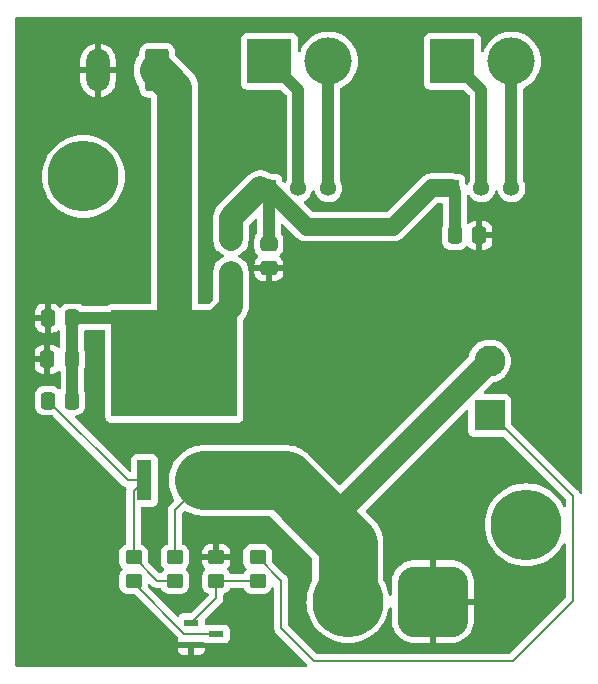
<source format=gtl>
%TF.GenerationSoftware,KiCad,Pcbnew,8.0.2*%
%TF.CreationDate,2024-10-02T19:35:02-04:00*%
%TF.ProjectId,FewawiPowerBoard,46657761-7769-4506-9f77-6572426f6172,rev?*%
%TF.SameCoordinates,Original*%
%TF.FileFunction,Copper,L1,Top*%
%TF.FilePolarity,Positive*%
%FSLAX46Y46*%
G04 Gerber Fmt 4.6, Leading zero omitted, Abs format (unit mm)*
G04 Created by KiCad (PCBNEW 8.0.2) date 2024-10-02 19:35:02*
%MOMM*%
%LPD*%
G01*
G04 APERTURE LIST*
G04 Aperture macros list*
%AMRoundRect*
0 Rectangle with rounded corners*
0 $1 Rounding radius*
0 $2 $3 $4 $5 $6 $7 $8 $9 X,Y pos of 4 corners*
0 Add a 4 corners polygon primitive as box body*
4,1,4,$2,$3,$4,$5,$6,$7,$8,$9,$2,$3,0*
0 Add four circle primitives for the rounded corners*
1,1,$1+$1,$2,$3*
1,1,$1+$1,$4,$5*
1,1,$1+$1,$6,$7*
1,1,$1+$1,$8,$9*
0 Add four rect primitives between the rounded corners*
20,1,$1+$1,$2,$3,$4,$5,0*
20,1,$1+$1,$4,$5,$6,$7,0*
20,1,$1+$1,$6,$7,$8,$9,0*
20,1,$1+$1,$8,$9,$2,$3,0*%
G04 Aperture macros list end*
%TA.AperFunction,ComponentPad*%
%ADD10C,6.000000*%
%TD*%
%TA.AperFunction,ComponentPad*%
%ADD11R,3.800000X3.800000*%
%TD*%
%TA.AperFunction,ComponentPad*%
%ADD12C,4.000000*%
%TD*%
%TA.AperFunction,SMDPad,CuDef*%
%ADD13R,1.800000X1.170000*%
%TD*%
%TA.AperFunction,SMDPad,CuDef*%
%ADD14R,1.257000X3.429000*%
%TD*%
%TA.AperFunction,SMDPad,CuDef*%
%ADD15R,10.668000X9.017000*%
%TD*%
%TA.AperFunction,SMDPad,CuDef*%
%ADD16RoundRect,0.250000X0.475000X-0.337500X0.475000X0.337500X-0.475000X0.337500X-0.475000X-0.337500X0*%
%TD*%
%TA.AperFunction,SMDPad,CuDef*%
%ADD17RoundRect,0.250000X0.337500X0.475000X-0.337500X0.475000X-0.337500X-0.475000X0.337500X-0.475000X0*%
%TD*%
%TA.AperFunction,ComponentPad*%
%ADD18R,1.358000X1.358000*%
%TD*%
%TA.AperFunction,ComponentPad*%
%ADD19C,1.358000*%
%TD*%
%TA.AperFunction,SMDPad,CuDef*%
%ADD20RoundRect,0.250000X0.450000X-0.350000X0.450000X0.350000X-0.450000X0.350000X-0.450000X-0.350000X0*%
%TD*%
%TA.AperFunction,ComponentPad*%
%ADD21RoundRect,1.500000X1.500000X1.500000X-1.500000X1.500000X-1.500000X-1.500000X1.500000X-1.500000X0*%
%TD*%
%TA.AperFunction,SMDPad,CuDef*%
%ADD22R,1.300000X0.600000*%
%TD*%
%TA.AperFunction,ComponentPad*%
%ADD23R,2.625000X2.625000*%
%TD*%
%TA.AperFunction,ComponentPad*%
%ADD24C,2.625000*%
%TD*%
%TA.AperFunction,ComponentPad*%
%ADD25RoundRect,0.250000X0.750000X1.550000X-0.750000X1.550000X-0.750000X-1.550000X0.750000X-1.550000X0*%
%TD*%
%TA.AperFunction,ComponentPad*%
%ADD26O,2.000000X3.600000*%
%TD*%
%TA.AperFunction,SMDPad,CuDef*%
%ADD27RoundRect,0.250000X-0.450000X0.350000X-0.450000X-0.350000X0.450000X-0.350000X0.450000X0.350000X0*%
%TD*%
%TA.AperFunction,ViaPad*%
%ADD28C,0.600000*%
%TD*%
%TA.AperFunction,Conductor*%
%ADD29C,1.000000*%
%TD*%
%TA.AperFunction,Conductor*%
%ADD30C,0.200000*%
%TD*%
%TA.AperFunction,Conductor*%
%ADD31C,1.500000*%
%TD*%
%TA.AperFunction,Conductor*%
%ADD32C,2.000000*%
%TD*%
%TA.AperFunction,Conductor*%
%ADD33C,3.000000*%
%TD*%
%TA.AperFunction,Conductor*%
%ADD34C,5.000000*%
%TD*%
G04 APERTURE END LIST*
D10*
%TO.P,REF\u002A\u002A,1*%
%TO.N,N/C*%
X123250000Y-85250000D03*
%TD*%
D11*
%TO.P,J4,1,Pin_1*%
%TO.N,Net-(J4-Pin_1)*%
X117000000Y-46000000D03*
D12*
%TO.P,J4,2,Pin_2*%
%TO.N,Net-(J4-Pin_2)*%
X122000000Y-46000000D03*
%TD*%
D10*
%TO.P,REF\u002A\u002A,1*%
%TO.N,N/C*%
X85750000Y-55750000D03*
%TD*%
D11*
%TO.P,J3,1,Pin_1*%
%TO.N,Net-(J3-Pin_1)*%
X101500000Y-46000000D03*
D12*
%TO.P,J3,2,Pin_2*%
%TO.N,Net-(J3-Pin_2)*%
X106500000Y-46000000D03*
%TD*%
D13*
%TO.P,F1,1*%
%TO.N,Net-(PS1-+VIN)*%
X98250000Y-61030000D03*
%TO.P,F1,2*%
%TO.N,34V*%
X98250000Y-63970000D03*
%TD*%
D14*
%TO.P,Q1,1,G*%
%TO.N,Net-(Q1-G)*%
X90920000Y-81500000D03*
D15*
%TO.P,Q1,2,D*%
%TO.N,34V*%
X93460000Y-71594000D03*
D14*
%TO.P,Q1,3,S*%
%TO.N,Net-(J1-Pin_2)*%
X96000000Y-81500000D03*
%TD*%
D16*
%TO.P,C3,1*%
%TO.N,GND*%
X101460000Y-63537500D03*
%TO.P,C3,2*%
%TO.N,Net-(PS1-+VIN)*%
X101460000Y-61462500D03*
%TD*%
D17*
%TO.P,C7,1*%
%TO.N,34V*%
X84825000Y-74750000D03*
%TO.P,C7,2*%
%TO.N,Net-(Q1-G)*%
X82750000Y-74750000D03*
%TD*%
D18*
%TO.P,U1,1,IN*%
%TO.N,Net-(PS1-+VIN)*%
X116920000Y-56750000D03*
D19*
%TO.P,U1,2,GND*%
%TO.N,Net-(J4-Pin_1)*%
X119460000Y-56750000D03*
%TO.P,U1,3,OUT*%
%TO.N,Net-(J4-Pin_2)*%
X122000000Y-56750000D03*
%TD*%
D20*
%TO.P,R4,1*%
%TO.N,Net-(Q2-G)*%
X100500000Y-90000000D03*
%TO.P,R4,2*%
%TO.N,Net-(SW1-A)*%
X100500000Y-88000000D03*
%TD*%
D21*
%TO.P,J1,1,Pin_1*%
%TO.N,GND*%
X115350000Y-91750000D03*
D10*
%TO.P,J1,2,Pin_2*%
%TO.N,Net-(J1-Pin_2)*%
X108150000Y-91750000D03*
%TD*%
D17*
%TO.P,C1,1*%
%TO.N,GND*%
X119287500Y-60750000D03*
%TO.P,C1,2*%
%TO.N,Net-(PS1-+VIN)*%
X117212500Y-60750000D03*
%TD*%
D18*
%TO.P,PS1,1,+VIN*%
%TO.N,Net-(PS1-+VIN)*%
X101420000Y-56750000D03*
D19*
%TO.P,PS1,2,GND*%
%TO.N,Net-(J3-Pin_1)*%
X103960000Y-56750000D03*
%TO.P,PS1,3,+VOUT*%
%TO.N,Net-(J3-Pin_2)*%
X106500000Y-56750000D03*
%TD*%
D22*
%TO.P,Q2,1,G*%
%TO.N,Net-(Q2-G)*%
X94900000Y-93550000D03*
%TO.P,Q2,2,S*%
%TO.N,GND*%
X94900000Y-95450000D03*
%TO.P,Q2,3,D*%
%TO.N,Net-(Q2-D)*%
X97000000Y-94500000D03*
%TD*%
D23*
%TO.P,SW1,1,A*%
%TO.N,Net-(SW1-A)*%
X120160000Y-75982500D03*
D24*
%TO.P,SW1,2,B*%
%TO.N,Net-(J1-Pin_2)*%
X120160000Y-71382500D03*
%TD*%
D20*
%TO.P,R3,1*%
%TO.N,Net-(Q2-G)*%
X97000000Y-90000000D03*
%TO.P,R3,2*%
%TO.N,GND*%
X97000000Y-88000000D03*
%TD*%
D25*
%TO.P,J2,1,Pin_1*%
%TO.N,34V*%
X92000000Y-46777500D03*
D26*
%TO.P,J2,2,Pin_2*%
%TO.N,GND*%
X87000000Y-46777500D03*
%TD*%
D27*
%TO.P,R1,1*%
%TO.N,Net-(Q1-G)*%
X90000000Y-88000000D03*
%TO.P,R1,2*%
%TO.N,Net-(Q2-D)*%
X90000000Y-90000000D03*
%TD*%
D17*
%TO.P,C5,1*%
%TO.N,34V*%
X84787500Y-71250000D03*
%TO.P,C5,2*%
%TO.N,GND*%
X82712500Y-71250000D03*
%TD*%
D20*
%TO.P,R2,1*%
%TO.N,Net-(Q1-G)*%
X93500000Y-90000000D03*
%TO.P,R2,2*%
%TO.N,Net-(J1-Pin_2)*%
X93500000Y-88000000D03*
%TD*%
D17*
%TO.P,C6,1*%
%TO.N,34V*%
X84825000Y-67750000D03*
%TO.P,C6,2*%
%TO.N,GND*%
X82750000Y-67750000D03*
%TD*%
D28*
%TO.N,GND*%
X104000000Y-62250000D03*
%TD*%
D29*
%TO.N,Net-(PS1-+VIN)*%
X101420000Y-56750000D02*
X100750000Y-56750000D01*
D30*
X101420000Y-56750000D02*
X101500000Y-56750000D01*
D31*
X104670000Y-60000000D02*
X112000000Y-60000000D01*
X112000000Y-60000000D02*
X115250000Y-56750000D01*
X115250000Y-56750000D02*
X116920000Y-56750000D01*
D30*
X101027500Y-61030000D02*
X101460000Y-61462500D01*
D29*
X117212500Y-60750000D02*
X117212500Y-57042500D01*
D30*
X101460000Y-56790000D02*
X101420000Y-56750000D01*
X117212500Y-57042500D02*
X116920000Y-56750000D01*
D32*
X100750000Y-56750000D02*
X98250000Y-59250000D01*
X98250000Y-59250000D02*
X98250000Y-61030000D01*
D29*
X101460000Y-61462500D02*
X101460000Y-56790000D01*
D31*
X101420000Y-56750000D02*
X104670000Y-60000000D01*
D30*
%TO.N,34V*%
X84787500Y-67787500D02*
X84825000Y-67750000D01*
D33*
X93460000Y-71594000D02*
X93460000Y-48237500D01*
X93460000Y-48237500D02*
X92000000Y-46777500D01*
D30*
X84825000Y-71287500D02*
X84787500Y-71250000D01*
D32*
X98250000Y-63970000D02*
X98250000Y-66804000D01*
D30*
X89616000Y-67750000D02*
X93460000Y-71594000D01*
D29*
X84825000Y-74750000D02*
X84825000Y-71287500D01*
D32*
X98250000Y-66804000D02*
X93460000Y-71594000D01*
D29*
X84787500Y-71250000D02*
X84787500Y-67787500D01*
X84825000Y-67750000D02*
X89616000Y-67750000D01*
D30*
%TO.N,Net-(Q1-G)*%
X90000000Y-82420000D02*
X90920000Y-81500000D01*
X92000000Y-90000000D02*
X90000000Y-88000000D01*
X89500000Y-81500000D02*
X90920000Y-81500000D01*
X93500000Y-90000000D02*
X92000000Y-90000000D01*
X90000000Y-88000000D02*
X90000000Y-82420000D01*
X82750000Y-74750000D02*
X89500000Y-81500000D01*
D29*
%TO.N,Net-(J3-Pin_1)*%
X103960000Y-56750000D02*
X103960000Y-48460000D01*
X103960000Y-48460000D02*
X101500000Y-46000000D01*
%TO.N,Net-(J3-Pin_2)*%
X106500000Y-56750000D02*
X106500000Y-46000000D01*
%TO.N,Net-(J4-Pin_1)*%
X119460000Y-48460000D02*
X117000000Y-46000000D01*
X119460000Y-56750000D02*
X119460000Y-48460000D01*
D30*
%TO.N,Net-(Q2-G)*%
X100500000Y-90000000D02*
X97000000Y-90000000D01*
X97000000Y-90000000D02*
X97000000Y-91450000D01*
X97000000Y-91450000D02*
X94900000Y-93550000D01*
%TO.N,Net-(Q2-D)*%
X94300000Y-94500000D02*
X90000000Y-90200000D01*
X90000000Y-90200000D02*
X90000000Y-90000000D01*
X97000000Y-94500000D02*
X94300000Y-94500000D01*
%TO.N,Net-(SW1-A)*%
X120160000Y-75982500D02*
X120382500Y-75982500D01*
X127200000Y-91700000D02*
X122100000Y-96800000D01*
X102500000Y-94000000D02*
X102500000Y-90000000D01*
X122100000Y-96800000D02*
X105300000Y-96800000D01*
X120382500Y-75982500D02*
X127200000Y-82800000D01*
X105300000Y-96800000D02*
X102500000Y-94000000D01*
X102500000Y-90000000D02*
X100500000Y-88000000D01*
X127200000Y-82800000D02*
X127200000Y-91700000D01*
D29*
%TO.N,Net-(J4-Pin_2)*%
X122000000Y-56750000D02*
X122000000Y-46000000D01*
D32*
%TO.N,Net-(J1-Pin_2)*%
X120160000Y-71382500D02*
X108150000Y-83392500D01*
D34*
X108150000Y-91750000D02*
X108150000Y-86850000D01*
D30*
X108150000Y-83392500D02*
X108150000Y-86850000D01*
D34*
X102800000Y-81500000D02*
X96000000Y-81500000D01*
D30*
X93500000Y-88000000D02*
X93500000Y-84000000D01*
X96000000Y-81500000D02*
X96000000Y-81492387D01*
D34*
X108150000Y-86850000D02*
X102800000Y-81500000D01*
D30*
X93500000Y-84000000D02*
X96000000Y-81500000D01*
%TD*%
%TA.AperFunction,Conductor*%
%TO.N,GND*%
G36*
X127942539Y-42270185D02*
G01*
X127988294Y-42322989D01*
X127999500Y-42374500D01*
X127999500Y-82524049D01*
X127979815Y-82591088D01*
X127927011Y-82636843D01*
X127857853Y-82646787D01*
X127794297Y-82617762D01*
X127763643Y-82575252D01*
X127763641Y-82575254D01*
X127763625Y-82575227D01*
X127760940Y-82571503D01*
X127759580Y-82568221D01*
X127719648Y-82499057D01*
X127719647Y-82499055D01*
X127680521Y-82431286D01*
X127680520Y-82431284D01*
X127568716Y-82319480D01*
X127568715Y-82319479D01*
X127564385Y-82315149D01*
X127564374Y-82315139D01*
X122009318Y-76760083D01*
X121975833Y-76698760D01*
X121972999Y-76672402D01*
X121972999Y-74622129D01*
X121972998Y-74622123D01*
X121966591Y-74562516D01*
X121916297Y-74427671D01*
X121916293Y-74427664D01*
X121830047Y-74312455D01*
X121830044Y-74312452D01*
X121714835Y-74226206D01*
X121714828Y-74226202D01*
X121579982Y-74175908D01*
X121579983Y-74175908D01*
X121520383Y-74169501D01*
X121520381Y-74169500D01*
X121520373Y-74169500D01*
X121520365Y-74169500D01*
X119794388Y-74169500D01*
X119727349Y-74149815D01*
X119681594Y-74097011D01*
X119671650Y-74027853D01*
X119700675Y-73964297D01*
X119706707Y-73957819D01*
X120074341Y-73590185D01*
X120470906Y-73193619D01*
X120532227Y-73160136D01*
X120540084Y-73158690D01*
X120564562Y-73155001D01*
X120824221Y-73074907D01*
X121069042Y-72957007D01*
X121293557Y-72803935D01*
X121492750Y-72619111D01*
X121662171Y-72406663D01*
X121798037Y-72171337D01*
X121897312Y-71918390D01*
X121957778Y-71653471D01*
X121978084Y-71382500D01*
X121957778Y-71111529D01*
X121897312Y-70846610D01*
X121798037Y-70593663D01*
X121798036Y-70593660D01*
X121740612Y-70494200D01*
X121662171Y-70358337D01*
X121492750Y-70145889D01*
X121492749Y-70145888D01*
X121492746Y-70145884D01*
X121293557Y-69961065D01*
X121069042Y-69807993D01*
X121069039Y-69807992D01*
X121069037Y-69807990D01*
X120824221Y-69690093D01*
X120564563Y-69609999D01*
X120564557Y-69609997D01*
X120295873Y-69569500D01*
X120295866Y-69569500D01*
X120024134Y-69569500D01*
X120024126Y-69569500D01*
X119755442Y-69609997D01*
X119755436Y-69609999D01*
X119495778Y-69690093D01*
X119250962Y-69807990D01*
X119026442Y-69961065D01*
X118827253Y-70145884D01*
X118657829Y-70358337D01*
X118521963Y-70593660D01*
X118521960Y-70593668D01*
X118422689Y-70846604D01*
X118422686Y-70846616D01*
X118385927Y-71007666D01*
X118352717Y-71067754D01*
X107569591Y-81850881D01*
X107508268Y-81884366D01*
X107438576Y-81879382D01*
X107394229Y-81850881D01*
X104802523Y-79259175D01*
X104735607Y-79205812D01*
X104539039Y-79049054D01*
X104253686Y-78869754D01*
X104253683Y-78869752D01*
X103950054Y-78723532D01*
X103631965Y-78612227D01*
X103631953Y-78612223D01*
X103303397Y-78537233D01*
X103303381Y-78537231D01*
X102968509Y-78499500D01*
X102968505Y-78499500D01*
X102968504Y-78499500D01*
X95831496Y-78499500D01*
X95831491Y-78499500D01*
X95496618Y-78537231D01*
X95496602Y-78537233D01*
X95168046Y-78612223D01*
X95168034Y-78612227D01*
X94849945Y-78723532D01*
X94546316Y-78869752D01*
X94260962Y-79049053D01*
X93997477Y-79259174D01*
X93759174Y-79497477D01*
X93549053Y-79760962D01*
X93369752Y-80046316D01*
X93223532Y-80349945D01*
X93112227Y-80668034D01*
X93112223Y-80668046D01*
X93037233Y-80996602D01*
X93037231Y-80996618D01*
X92999500Y-81331491D01*
X92999500Y-81668508D01*
X93037231Y-82003381D01*
X93037233Y-82003397D01*
X93112223Y-82331953D01*
X93112227Y-82331965D01*
X93223532Y-82650054D01*
X93369752Y-82953683D01*
X93443450Y-83070973D01*
X93462450Y-83138210D01*
X93442082Y-83205045D01*
X93426137Y-83224626D01*
X93131286Y-83519478D01*
X93019481Y-83631282D01*
X93019477Y-83631287D01*
X93006916Y-83653046D01*
X93003885Y-83658296D01*
X92940423Y-83768215D01*
X92899499Y-83920943D01*
X92899499Y-83920945D01*
X92899499Y-84089046D01*
X92899500Y-84089059D01*
X92899500Y-86819699D01*
X92879815Y-86886738D01*
X92827011Y-86932493D01*
X92814507Y-86937403D01*
X92781962Y-86948188D01*
X92730668Y-86965185D01*
X92730663Y-86965187D01*
X92581342Y-87057289D01*
X92457289Y-87181342D01*
X92365187Y-87330663D01*
X92365185Y-87330668D01*
X92365115Y-87330880D01*
X92310001Y-87497203D01*
X92310001Y-87497204D01*
X92310000Y-87497204D01*
X92299500Y-87599983D01*
X92299500Y-88400001D01*
X92299501Y-88400019D01*
X92310000Y-88502796D01*
X92310001Y-88502799D01*
X92365115Y-88669119D01*
X92365186Y-88669334D01*
X92457096Y-88818345D01*
X92457289Y-88818657D01*
X92550951Y-88912319D01*
X92584436Y-88973642D01*
X92579452Y-89043334D01*
X92550951Y-89087681D01*
X92457289Y-89181342D01*
X92376829Y-89311790D01*
X92324881Y-89358514D01*
X92255918Y-89369737D01*
X92191836Y-89341893D01*
X92183609Y-89334374D01*
X91236818Y-88387583D01*
X91203333Y-88326260D01*
X91200499Y-88299902D01*
X91200499Y-87599998D01*
X91200498Y-87599981D01*
X91189999Y-87497203D01*
X91189998Y-87497200D01*
X91134814Y-87330666D01*
X91042712Y-87181344D01*
X90918656Y-87057288D01*
X90769334Y-86965186D01*
X90685495Y-86937404D01*
X90628051Y-86897632D01*
X90601228Y-86833116D01*
X90600500Y-86819699D01*
X90600500Y-83838999D01*
X90620185Y-83771960D01*
X90672989Y-83726205D01*
X90724500Y-83714999D01*
X91596371Y-83714999D01*
X91596372Y-83714999D01*
X91655983Y-83708591D01*
X91790831Y-83658296D01*
X91906046Y-83572046D01*
X91992296Y-83456831D01*
X92042591Y-83321983D01*
X92049000Y-83262373D01*
X92048999Y-79737628D01*
X92042591Y-79678017D01*
X91992296Y-79543169D01*
X91992295Y-79543168D01*
X91992293Y-79543164D01*
X91906047Y-79427955D01*
X91906044Y-79427952D01*
X91790835Y-79341706D01*
X91790828Y-79341702D01*
X91655982Y-79291408D01*
X91655983Y-79291408D01*
X91596383Y-79285001D01*
X91596381Y-79285000D01*
X91596373Y-79285000D01*
X91596364Y-79285000D01*
X90243629Y-79285000D01*
X90243623Y-79285001D01*
X90184016Y-79291408D01*
X90049171Y-79341702D01*
X90049164Y-79341706D01*
X89933955Y-79427952D01*
X89933952Y-79427955D01*
X89847706Y-79543164D01*
X89847702Y-79543171D01*
X89797408Y-79678017D01*
X89791001Y-79737616D01*
X89791001Y-79737623D01*
X89791000Y-79737635D01*
X89791000Y-80642402D01*
X89771315Y-80709441D01*
X89718511Y-80755196D01*
X89649353Y-80765140D01*
X89585797Y-80736115D01*
X89579319Y-80730083D01*
X85036415Y-76187180D01*
X85002930Y-76125857D01*
X85007914Y-76056165D01*
X85049786Y-76000232D01*
X85115250Y-75975815D01*
X85124096Y-75975499D01*
X85212502Y-75975499D01*
X85212508Y-75975499D01*
X85315297Y-75964999D01*
X85481834Y-75909814D01*
X85631156Y-75817712D01*
X85755212Y-75693656D01*
X85847314Y-75544334D01*
X85902499Y-75377797D01*
X85913000Y-75275009D01*
X85912999Y-74224992D01*
X85907330Y-74169500D01*
X85902499Y-74122203D01*
X85902498Y-74122200D01*
X85871234Y-74027853D01*
X85847314Y-73955666D01*
X85843958Y-73950225D01*
X85825500Y-73885134D01*
X85825500Y-72017005D01*
X85831794Y-71978001D01*
X85864999Y-71877797D01*
X85875500Y-71775009D01*
X85875499Y-70724992D01*
X85864999Y-70622203D01*
X85809814Y-70455666D01*
X85806458Y-70450225D01*
X85788000Y-70385134D01*
X85788000Y-68874500D01*
X85807685Y-68807461D01*
X85860489Y-68761706D01*
X85912000Y-68750500D01*
X87501500Y-68750500D01*
X87568539Y-68770185D01*
X87614294Y-68822989D01*
X87625500Y-68874500D01*
X87625500Y-76150370D01*
X87625501Y-76150376D01*
X87631908Y-76209983D01*
X87682202Y-76344828D01*
X87682206Y-76344835D01*
X87768452Y-76460044D01*
X87768455Y-76460047D01*
X87883664Y-76546293D01*
X87883671Y-76546297D01*
X88018517Y-76596591D01*
X88018516Y-76596591D01*
X88025444Y-76597335D01*
X88078127Y-76603000D01*
X98841872Y-76602999D01*
X98901483Y-76596591D01*
X99036331Y-76546296D01*
X99151546Y-76460046D01*
X99237796Y-76344831D01*
X99288091Y-76209983D01*
X99294500Y-76150373D01*
X99294499Y-67932889D01*
X99314184Y-67865851D01*
X99330818Y-67845208D01*
X99394517Y-67781510D01*
X99533343Y-67590434D01*
X99640568Y-67379992D01*
X99713553Y-67155368D01*
X99745149Y-66955880D01*
X99750500Y-66922097D01*
X99750500Y-63924986D01*
X100235001Y-63924986D01*
X100245494Y-64027697D01*
X100300641Y-64194119D01*
X100300643Y-64194124D01*
X100392684Y-64343345D01*
X100516654Y-64467315D01*
X100665875Y-64559356D01*
X100665880Y-64559358D01*
X100832302Y-64614505D01*
X100832309Y-64614506D01*
X100935019Y-64624999D01*
X101209999Y-64624999D01*
X101710000Y-64624999D01*
X101984972Y-64624999D01*
X101984986Y-64624998D01*
X102087697Y-64614505D01*
X102254119Y-64559358D01*
X102254124Y-64559356D01*
X102403345Y-64467315D01*
X102527315Y-64343345D01*
X102619356Y-64194124D01*
X102619358Y-64194119D01*
X102674505Y-64027697D01*
X102674506Y-64027690D01*
X102684999Y-63924986D01*
X102685000Y-63924973D01*
X102685000Y-63787500D01*
X101710000Y-63787500D01*
X101710000Y-64624999D01*
X101209999Y-64624999D01*
X101210000Y-64624998D01*
X101210000Y-63787500D01*
X100235001Y-63787500D01*
X100235001Y-63924986D01*
X99750500Y-63924986D01*
X99750500Y-63851902D01*
X99729005Y-63716197D01*
X99713553Y-63618632D01*
X99713552Y-63618628D01*
X99713552Y-63618627D01*
X99656568Y-63443250D01*
X99650499Y-63404932D01*
X99650499Y-63337129D01*
X99650498Y-63337123D01*
X99650497Y-63337116D01*
X99644091Y-63277517D01*
X99593796Y-63142669D01*
X99593795Y-63142668D01*
X99593793Y-63142664D01*
X99507547Y-63027455D01*
X99507544Y-63027452D01*
X99392334Y-62941205D01*
X99392332Y-62941204D01*
X99339295Y-62921422D01*
X99294949Y-62892922D01*
X99227512Y-62825485D01*
X99227510Y-62825483D01*
X99036433Y-62686657D01*
X98886937Y-62610485D01*
X98836141Y-62562510D01*
X98819346Y-62494689D01*
X98841883Y-62428554D01*
X98886937Y-62389515D01*
X98889212Y-62388355D01*
X99036433Y-62313343D01*
X99227510Y-62174517D01*
X99294950Y-62107075D01*
X99339297Y-62078575D01*
X99392331Y-62058796D01*
X99392331Y-62058795D01*
X99392333Y-62058795D01*
X99392333Y-62058794D01*
X99507546Y-61972546D01*
X99593796Y-61857331D01*
X99644091Y-61722483D01*
X99647190Y-61693657D01*
X99650499Y-61662886D01*
X99650499Y-61662882D01*
X99650500Y-61662873D01*
X99650499Y-61595064D01*
X99656568Y-61556745D01*
X99660669Y-61544124D01*
X99713553Y-61381368D01*
X99748791Y-61158884D01*
X99750500Y-61148097D01*
X99750500Y-59922889D01*
X99770185Y-59855850D01*
X99786819Y-59835208D01*
X100247819Y-59374208D01*
X100309142Y-59340723D01*
X100378834Y-59345707D01*
X100434767Y-59387579D01*
X100459184Y-59453043D01*
X100459500Y-59461889D01*
X100459500Y-60537770D01*
X100439815Y-60604809D01*
X100423181Y-60625451D01*
X100392289Y-60656342D01*
X100300187Y-60805663D01*
X100300186Y-60805666D01*
X100245001Y-60972203D01*
X100245001Y-60972204D01*
X100245000Y-60972204D01*
X100234500Y-61074983D01*
X100234500Y-61850001D01*
X100234501Y-61850019D01*
X100245000Y-61952796D01*
X100245001Y-61952799D01*
X100296124Y-62107076D01*
X100300186Y-62119334D01*
X100392288Y-62268656D01*
X100516344Y-62392712D01*
X100519628Y-62394737D01*
X100519653Y-62394753D01*
X100521445Y-62396746D01*
X100522011Y-62397193D01*
X100521934Y-62397289D01*
X100566379Y-62446699D01*
X100577603Y-62515661D01*
X100549761Y-62579744D01*
X100519665Y-62605826D01*
X100516660Y-62607679D01*
X100516655Y-62607683D01*
X100392684Y-62731654D01*
X100300643Y-62880875D01*
X100300641Y-62880880D01*
X100245494Y-63047302D01*
X100245493Y-63047309D01*
X100235000Y-63150013D01*
X100235000Y-63287500D01*
X102684999Y-63287500D01*
X102684999Y-63150028D01*
X102684998Y-63150013D01*
X102674505Y-63047302D01*
X102619358Y-62880880D01*
X102619356Y-62880875D01*
X102527315Y-62731654D01*
X102403344Y-62607683D01*
X102403341Y-62607681D01*
X102400339Y-62605829D01*
X102398713Y-62604021D01*
X102397677Y-62603202D01*
X102397817Y-62603024D01*
X102353617Y-62553880D01*
X102342397Y-62484917D01*
X102370243Y-62420836D01*
X102400344Y-62394754D01*
X102403656Y-62392712D01*
X102527712Y-62268656D01*
X102619814Y-62119334D01*
X102674999Y-61952797D01*
X102685500Y-61850009D01*
X102685499Y-61074992D01*
X102684940Y-61069524D01*
X102674999Y-60972203D01*
X102674998Y-60972200D01*
X102668909Y-60953825D01*
X102619814Y-60805666D01*
X102527712Y-60656344D01*
X102496819Y-60625451D01*
X102463334Y-60564128D01*
X102460500Y-60537770D01*
X102460500Y-59858336D01*
X102480185Y-59791297D01*
X102532989Y-59745542D01*
X102602147Y-59735598D01*
X102665703Y-59764623D01*
X102672181Y-59770655D01*
X103855354Y-60953828D01*
X104014595Y-61069524D01*
X104097454Y-61111742D01*
X104189969Y-61158882D01*
X104189971Y-61158882D01*
X104189974Y-61158884D01*
X104290318Y-61191487D01*
X104377173Y-61219709D01*
X104571578Y-61250500D01*
X104571583Y-61250500D01*
X112098422Y-61250500D01*
X112292826Y-61219709D01*
X112480026Y-61158884D01*
X112655405Y-61069524D01*
X112814646Y-60953828D01*
X115731655Y-58036819D01*
X115792978Y-58003334D01*
X115819336Y-58000500D01*
X116088000Y-58000500D01*
X116155039Y-58020185D01*
X116200794Y-58072989D01*
X116212000Y-58124500D01*
X116212000Y-59885134D01*
X116193541Y-59950225D01*
X116191188Y-59954039D01*
X116190185Y-59955667D01*
X116153287Y-60067019D01*
X116135001Y-60122203D01*
X116135001Y-60122204D01*
X116135000Y-60122204D01*
X116124500Y-60224983D01*
X116124500Y-61275001D01*
X116124501Y-61275019D01*
X116135000Y-61377796D01*
X116135001Y-61377799D01*
X116190185Y-61544331D01*
X116190187Y-61544336D01*
X116209362Y-61575424D01*
X116282288Y-61693656D01*
X116406344Y-61817712D01*
X116555666Y-61909814D01*
X116722203Y-61964999D01*
X116824991Y-61975500D01*
X117600008Y-61975499D01*
X117600016Y-61975498D01*
X117600019Y-61975498D01*
X117656302Y-61969748D01*
X117702797Y-61964999D01*
X117869334Y-61909814D01*
X118018656Y-61817712D01*
X118142712Y-61693656D01*
X118144752Y-61690347D01*
X118146745Y-61688555D01*
X118147193Y-61687989D01*
X118147289Y-61688065D01*
X118196694Y-61643623D01*
X118265656Y-61632395D01*
X118329740Y-61660234D01*
X118355829Y-61690339D01*
X118357681Y-61693341D01*
X118357683Y-61693344D01*
X118481654Y-61817315D01*
X118630875Y-61909356D01*
X118630880Y-61909358D01*
X118797302Y-61964505D01*
X118797309Y-61964506D01*
X118900019Y-61974999D01*
X119037499Y-61974999D01*
X119537500Y-61974999D01*
X119674972Y-61974999D01*
X119674986Y-61974998D01*
X119777697Y-61964505D01*
X119944119Y-61909358D01*
X119944124Y-61909356D01*
X120093345Y-61817315D01*
X120217315Y-61693345D01*
X120309356Y-61544124D01*
X120309358Y-61544119D01*
X120364505Y-61377697D01*
X120364506Y-61377690D01*
X120374999Y-61274986D01*
X120375000Y-61274973D01*
X120375000Y-61000000D01*
X119537500Y-61000000D01*
X119537500Y-61974999D01*
X119037499Y-61974999D01*
X119037500Y-61974998D01*
X119037500Y-60500000D01*
X119537500Y-60500000D01*
X120374999Y-60500000D01*
X120374999Y-60225028D01*
X120374998Y-60225013D01*
X120364505Y-60122302D01*
X120309358Y-59955880D01*
X120309356Y-59955875D01*
X120217315Y-59806654D01*
X120093345Y-59682684D01*
X119944124Y-59590643D01*
X119944119Y-59590641D01*
X119777697Y-59535494D01*
X119777690Y-59535493D01*
X119674986Y-59525000D01*
X119537500Y-59525000D01*
X119537500Y-60500000D01*
X119037500Y-60500000D01*
X119037500Y-59525000D01*
X118900027Y-59525000D01*
X118900012Y-59525001D01*
X118797302Y-59535494D01*
X118630880Y-59590641D01*
X118630875Y-59590643D01*
X118481654Y-59682684D01*
X118424681Y-59739658D01*
X118363358Y-59773143D01*
X118293666Y-59768159D01*
X118237733Y-59726287D01*
X118213316Y-59660823D01*
X118213000Y-59651977D01*
X118213000Y-57419073D01*
X118232685Y-57352034D01*
X118285489Y-57306279D01*
X118354647Y-57296335D01*
X118418203Y-57325360D01*
X118448001Y-57363803D01*
X118452870Y-57373582D01*
X118452874Y-57373589D01*
X118584604Y-57548027D01*
X118584605Y-57548028D01*
X118746147Y-57695294D01*
X118746149Y-57695295D01*
X118746150Y-57695296D01*
X118931995Y-57810366D01*
X118932001Y-57810369D01*
X118969157Y-57824763D01*
X119135832Y-57889333D01*
X119350703Y-57929500D01*
X119350705Y-57929500D01*
X119569295Y-57929500D01*
X119569297Y-57929500D01*
X119784168Y-57889333D01*
X119988001Y-57810368D01*
X120173853Y-57695294D01*
X120335395Y-57548028D01*
X120467127Y-57373587D01*
X120564563Y-57177910D01*
X120610734Y-57015636D01*
X120648013Y-56956542D01*
X120711323Y-56926985D01*
X120780562Y-56936347D01*
X120833749Y-56981657D01*
X120849266Y-57015636D01*
X120895435Y-57177905D01*
X120895441Y-57177920D01*
X120992869Y-57373581D01*
X120992874Y-57373589D01*
X121124604Y-57548027D01*
X121124605Y-57548028D01*
X121286147Y-57695294D01*
X121286149Y-57695295D01*
X121286150Y-57695296D01*
X121471995Y-57810366D01*
X121472001Y-57810369D01*
X121509157Y-57824763D01*
X121675832Y-57889333D01*
X121890703Y-57929500D01*
X121890705Y-57929500D01*
X122109295Y-57929500D01*
X122109297Y-57929500D01*
X122324168Y-57889333D01*
X122528001Y-57810368D01*
X122713853Y-57695294D01*
X122875395Y-57548028D01*
X123007127Y-57373587D01*
X123104563Y-57177910D01*
X123164384Y-56967661D01*
X123184553Y-56750000D01*
X123164384Y-56532339D01*
X123104563Y-56322090D01*
X123084795Y-56282391D01*
X123013500Y-56139211D01*
X123000500Y-56083939D01*
X123000500Y-48376757D01*
X123020185Y-48309718D01*
X123064762Y-48268095D01*
X123066761Y-48266995D01*
X123066766Y-48266994D01*
X123342484Y-48115416D01*
X123597030Y-47930478D01*
X123826390Y-47715094D01*
X124026947Y-47472663D01*
X124195537Y-47207007D01*
X124329503Y-46922315D01*
X124426731Y-46623079D01*
X124485688Y-46314015D01*
X124485689Y-46314004D01*
X124505444Y-46000005D01*
X124505444Y-45999994D01*
X124485689Y-45685995D01*
X124485688Y-45685988D01*
X124485688Y-45685985D01*
X124426731Y-45376921D01*
X124329503Y-45077685D01*
X124328100Y-45074704D01*
X124195538Y-44792996D01*
X124195537Y-44792993D01*
X124065062Y-44587397D01*
X124026948Y-44527338D01*
X124026945Y-44527334D01*
X123826393Y-44284909D01*
X123826391Y-44284907D01*
X123597031Y-44069523D01*
X123597021Y-44069515D01*
X123342495Y-43884591D01*
X123342488Y-43884586D01*
X123342484Y-43884584D01*
X123066766Y-43733006D01*
X123066763Y-43733004D01*
X123066758Y-43733002D01*
X123066757Y-43733001D01*
X122774228Y-43617181D01*
X122774225Y-43617180D01*
X122469476Y-43538934D01*
X122469463Y-43538932D01*
X122157329Y-43499500D01*
X122157318Y-43499500D01*
X121842682Y-43499500D01*
X121842670Y-43499500D01*
X121530536Y-43538932D01*
X121530523Y-43538934D01*
X121225774Y-43617180D01*
X121225771Y-43617181D01*
X120933242Y-43733001D01*
X120933241Y-43733002D01*
X120657516Y-43884584D01*
X120657504Y-43884591D01*
X120402978Y-44069515D01*
X120402968Y-44069523D01*
X120173608Y-44284907D01*
X120173606Y-44284909D01*
X119973054Y-44527334D01*
X119973051Y-44527338D01*
X119804464Y-44792990D01*
X119804461Y-44792996D01*
X119670499Y-45077678D01*
X119670497Y-45077683D01*
X119642430Y-45164065D01*
X119602992Y-45221741D01*
X119538634Y-45248939D01*
X119469787Y-45237024D01*
X119418312Y-45189780D01*
X119400499Y-45125747D01*
X119400499Y-44052129D01*
X119400498Y-44052123D01*
X119400497Y-44052116D01*
X119394091Y-43992517D01*
X119353837Y-43884591D01*
X119343797Y-43857671D01*
X119343793Y-43857664D01*
X119257547Y-43742455D01*
X119257544Y-43742452D01*
X119142335Y-43656206D01*
X119142328Y-43656202D01*
X119007482Y-43605908D01*
X119007483Y-43605908D01*
X118947883Y-43599501D01*
X118947881Y-43599500D01*
X118947873Y-43599500D01*
X118947864Y-43599500D01*
X115052129Y-43599500D01*
X115052123Y-43599501D01*
X114992516Y-43605908D01*
X114857671Y-43656202D01*
X114857664Y-43656206D01*
X114742455Y-43742452D01*
X114742452Y-43742455D01*
X114656206Y-43857664D01*
X114656202Y-43857671D01*
X114605908Y-43992517D01*
X114599501Y-44052116D01*
X114599501Y-44052123D01*
X114599500Y-44052135D01*
X114599500Y-47947870D01*
X114599501Y-47947873D01*
X114605908Y-48007483D01*
X114656202Y-48142328D01*
X114656206Y-48142335D01*
X114742452Y-48257544D01*
X114742455Y-48257547D01*
X114857664Y-48343793D01*
X114857671Y-48343797D01*
X114992517Y-48394091D01*
X114992516Y-48394091D01*
X114999444Y-48394835D01*
X115052127Y-48400500D01*
X117934216Y-48400499D01*
X118001255Y-48420184D01*
X118021897Y-48436818D01*
X118423181Y-48838101D01*
X118456666Y-48899424D01*
X118459500Y-48925782D01*
X118459500Y-56083939D01*
X118446500Y-56139211D01*
X118355441Y-56322079D01*
X118355434Y-56322097D01*
X118345632Y-56356547D01*
X118308352Y-56415640D01*
X118245041Y-56445196D01*
X118175802Y-56435832D01*
X118122617Y-56390521D01*
X118108435Y-56360923D01*
X118105565Y-56352090D01*
X118099499Y-56313781D01*
X118099499Y-56023129D01*
X118099498Y-56023123D01*
X118093091Y-55963516D01*
X118042797Y-55828671D01*
X118042793Y-55828664D01*
X117956547Y-55713455D01*
X117956544Y-55713452D01*
X117841335Y-55627206D01*
X117841328Y-55627202D01*
X117706482Y-55576908D01*
X117706483Y-55576908D01*
X117646883Y-55570501D01*
X117646881Y-55570500D01*
X117646873Y-55570500D01*
X117646865Y-55570500D01*
X117356216Y-55570500D01*
X117317898Y-55564431D01*
X117300143Y-55558662D01*
X117212826Y-55530290D01*
X117018422Y-55499500D01*
X117018417Y-55499500D01*
X115348416Y-55499500D01*
X115151583Y-55499500D01*
X115151578Y-55499500D01*
X114957173Y-55530290D01*
X114769969Y-55591117D01*
X114594594Y-55680476D01*
X114503741Y-55746485D01*
X114435354Y-55796172D01*
X114435352Y-55796174D01*
X114435351Y-55796174D01*
X111518345Y-58713181D01*
X111457022Y-58746666D01*
X111430664Y-58749500D01*
X105239336Y-58749500D01*
X105172297Y-58729815D01*
X105151655Y-58713181D01*
X104450185Y-58011711D01*
X104416700Y-57950388D01*
X104421684Y-57880696D01*
X104463556Y-57824763D01*
X104483312Y-57813818D01*
X104482867Y-57812924D01*
X104487987Y-57810373D01*
X104488001Y-57810368D01*
X104673853Y-57695294D01*
X104835395Y-57548028D01*
X104967127Y-57373587D01*
X105064563Y-57177910D01*
X105110734Y-57015636D01*
X105148013Y-56956542D01*
X105211323Y-56926985D01*
X105280562Y-56936347D01*
X105333749Y-56981657D01*
X105349266Y-57015636D01*
X105395435Y-57177905D01*
X105395441Y-57177920D01*
X105492869Y-57373581D01*
X105492874Y-57373589D01*
X105624604Y-57548027D01*
X105624605Y-57548028D01*
X105786147Y-57695294D01*
X105786149Y-57695295D01*
X105786150Y-57695296D01*
X105971995Y-57810366D01*
X105972001Y-57810369D01*
X106009157Y-57824763D01*
X106175832Y-57889333D01*
X106390703Y-57929500D01*
X106390705Y-57929500D01*
X106609295Y-57929500D01*
X106609297Y-57929500D01*
X106824168Y-57889333D01*
X107028001Y-57810368D01*
X107213853Y-57695294D01*
X107375395Y-57548028D01*
X107507127Y-57373587D01*
X107604563Y-57177910D01*
X107664384Y-56967661D01*
X107684553Y-56750000D01*
X107664384Y-56532339D01*
X107604563Y-56322090D01*
X107584795Y-56282391D01*
X107513500Y-56139211D01*
X107500500Y-56083939D01*
X107500500Y-48376757D01*
X107520185Y-48309718D01*
X107564762Y-48268095D01*
X107566761Y-48266995D01*
X107566766Y-48266994D01*
X107842484Y-48115416D01*
X108097030Y-47930478D01*
X108326390Y-47715094D01*
X108526947Y-47472663D01*
X108695537Y-47207007D01*
X108829503Y-46922315D01*
X108926731Y-46623079D01*
X108985688Y-46314015D01*
X108985689Y-46314004D01*
X109005444Y-46000005D01*
X109005444Y-45999994D01*
X108985689Y-45685995D01*
X108985688Y-45685988D01*
X108985688Y-45685985D01*
X108926731Y-45376921D01*
X108829503Y-45077685D01*
X108828100Y-45074704D01*
X108695538Y-44792996D01*
X108695537Y-44792993D01*
X108565062Y-44587397D01*
X108526948Y-44527338D01*
X108526945Y-44527334D01*
X108326393Y-44284909D01*
X108326391Y-44284907D01*
X108097031Y-44069523D01*
X108097021Y-44069515D01*
X107842495Y-43884591D01*
X107842488Y-43884586D01*
X107842484Y-43884584D01*
X107566766Y-43733006D01*
X107566763Y-43733004D01*
X107566758Y-43733002D01*
X107566757Y-43733001D01*
X107274228Y-43617181D01*
X107274225Y-43617180D01*
X106969476Y-43538934D01*
X106969463Y-43538932D01*
X106657329Y-43499500D01*
X106657318Y-43499500D01*
X106342682Y-43499500D01*
X106342670Y-43499500D01*
X106030536Y-43538932D01*
X106030523Y-43538934D01*
X105725774Y-43617180D01*
X105725771Y-43617181D01*
X105433242Y-43733001D01*
X105433241Y-43733002D01*
X105157516Y-43884584D01*
X105157504Y-43884591D01*
X104902978Y-44069515D01*
X104902968Y-44069523D01*
X104673608Y-44284907D01*
X104673606Y-44284909D01*
X104473054Y-44527334D01*
X104473051Y-44527338D01*
X104304464Y-44792990D01*
X104304461Y-44792996D01*
X104170499Y-45077678D01*
X104170497Y-45077683D01*
X104142430Y-45164065D01*
X104102992Y-45221741D01*
X104038634Y-45248939D01*
X103969787Y-45237024D01*
X103918312Y-45189780D01*
X103900499Y-45125747D01*
X103900499Y-44052129D01*
X103900498Y-44052123D01*
X103900497Y-44052116D01*
X103894091Y-43992517D01*
X103853837Y-43884591D01*
X103843797Y-43857671D01*
X103843793Y-43857664D01*
X103757547Y-43742455D01*
X103757544Y-43742452D01*
X103642335Y-43656206D01*
X103642328Y-43656202D01*
X103507482Y-43605908D01*
X103507483Y-43605908D01*
X103447883Y-43599501D01*
X103447881Y-43599500D01*
X103447873Y-43599500D01*
X103447864Y-43599500D01*
X99552129Y-43599500D01*
X99552123Y-43599501D01*
X99492516Y-43605908D01*
X99357671Y-43656202D01*
X99357664Y-43656206D01*
X99242455Y-43742452D01*
X99242452Y-43742455D01*
X99156206Y-43857664D01*
X99156202Y-43857671D01*
X99105908Y-43992517D01*
X99099501Y-44052116D01*
X99099501Y-44052123D01*
X99099500Y-44052135D01*
X99099500Y-47947870D01*
X99099501Y-47947873D01*
X99105908Y-48007483D01*
X99156202Y-48142328D01*
X99156206Y-48142335D01*
X99242452Y-48257544D01*
X99242455Y-48257547D01*
X99357664Y-48343793D01*
X99357671Y-48343797D01*
X99492517Y-48394091D01*
X99492516Y-48394091D01*
X99499444Y-48394835D01*
X99552127Y-48400500D01*
X102434216Y-48400499D01*
X102501255Y-48420184D01*
X102521897Y-48436818D01*
X102923181Y-48838101D01*
X102956666Y-48899424D01*
X102959500Y-48925782D01*
X102959500Y-56083939D01*
X102946500Y-56139210D01*
X102900718Y-56231153D01*
X102853215Y-56282391D01*
X102785553Y-56299812D01*
X102719212Y-56277887D01*
X102702037Y-56263563D01*
X102635818Y-56197344D01*
X102602333Y-56136021D01*
X102599499Y-56109663D01*
X102599499Y-56023129D01*
X102599498Y-56023123D01*
X102593091Y-55963516D01*
X102542797Y-55828671D01*
X102542793Y-55828664D01*
X102456547Y-55713455D01*
X102456544Y-55713452D01*
X102341335Y-55627206D01*
X102341328Y-55627202D01*
X102206482Y-55576908D01*
X102206483Y-55576908D01*
X102146883Y-55570501D01*
X102146881Y-55570500D01*
X102146873Y-55570500D01*
X102146865Y-55570500D01*
X101856217Y-55570500D01*
X101817899Y-55564431D01*
X101712828Y-55530291D01*
X101628665Y-55516961D01*
X101575177Y-55494806D01*
X101536434Y-55466657D01*
X101325996Y-55359433D01*
X101101368Y-55286446D01*
X100868097Y-55249500D01*
X100868092Y-55249500D01*
X100631908Y-55249500D01*
X100631903Y-55249500D01*
X100398631Y-55286446D01*
X100174003Y-55359433D01*
X99963566Y-55466657D01*
X99854550Y-55545862D01*
X99772490Y-55605483D01*
X99772488Y-55605485D01*
X99772487Y-55605485D01*
X97105484Y-58272488D01*
X96966657Y-58463565D01*
X96904350Y-58585851D01*
X96859433Y-58674003D01*
X96786446Y-58898631D01*
X96749500Y-59131902D01*
X96749500Y-61148097D01*
X96786447Y-61381369D01*
X96843431Y-61556749D01*
X96849500Y-61595065D01*
X96849500Y-61662868D01*
X96849501Y-61662877D01*
X96855908Y-61722483D01*
X96906202Y-61857328D01*
X96906206Y-61857335D01*
X96992452Y-61972544D01*
X96992455Y-61972547D01*
X97107664Y-62058793D01*
X97107669Y-62058796D01*
X97160701Y-62078575D01*
X97205049Y-62107076D01*
X97272490Y-62174517D01*
X97463567Y-62313343D01*
X97535774Y-62350134D01*
X97613062Y-62389515D01*
X97663858Y-62437490D01*
X97680653Y-62505311D01*
X97658115Y-62571446D01*
X97613062Y-62610485D01*
X97463566Y-62686657D01*
X97272484Y-62825487D01*
X97272482Y-62825489D01*
X97205047Y-62892923D01*
X97160703Y-62921422D01*
X97107669Y-62941203D01*
X97107663Y-62941207D01*
X96992455Y-63027452D01*
X96992452Y-63027455D01*
X96906206Y-63142664D01*
X96906202Y-63142671D01*
X96855908Y-63277517D01*
X96849501Y-63337116D01*
X96849501Y-63337123D01*
X96849500Y-63337135D01*
X96849500Y-63404935D01*
X96843431Y-63443253D01*
X96786447Y-63618627D01*
X96786447Y-63618630D01*
X96749500Y-63851902D01*
X96749500Y-66131110D01*
X96729815Y-66198149D01*
X96713181Y-66218791D01*
X96383291Y-66548681D01*
X96321968Y-66582166D01*
X96295610Y-66585000D01*
X95584500Y-66585000D01*
X95517461Y-66565315D01*
X95471706Y-66512511D01*
X95460500Y-66461000D01*
X95460500Y-48106386D01*
X95460499Y-48106372D01*
X95439632Y-47947874D01*
X95439632Y-47947873D01*
X95426271Y-47846388D01*
X95426271Y-47846385D01*
X95358398Y-47593081D01*
X95258043Y-47350803D01*
X95184105Y-47222738D01*
X95184105Y-47222737D01*
X95126927Y-47123701D01*
X95126926Y-47123699D01*
X95055251Y-47030291D01*
X95055248Y-47030288D01*
X94967284Y-46915650D01*
X94967278Y-46915643D01*
X93536818Y-45485183D01*
X93503333Y-45423860D01*
X93500499Y-45397502D01*
X93500499Y-45177498D01*
X93500498Y-45177481D01*
X93489999Y-45074703D01*
X93489998Y-45074700D01*
X93434814Y-44908166D01*
X93342712Y-44758844D01*
X93218656Y-44634788D01*
X93069334Y-44542686D01*
X92902797Y-44487501D01*
X92902795Y-44487500D01*
X92800010Y-44477000D01*
X91199998Y-44477000D01*
X91199981Y-44477001D01*
X91097203Y-44487500D01*
X91097200Y-44487501D01*
X90930668Y-44542685D01*
X90930663Y-44542687D01*
X90781342Y-44634789D01*
X90657289Y-44758842D01*
X90565187Y-44908163D01*
X90565186Y-44908166D01*
X90510001Y-45074703D01*
X90510001Y-45074704D01*
X90510000Y-45074704D01*
X90499500Y-45177483D01*
X90499500Y-45404717D01*
X90479815Y-45471756D01*
X90473876Y-45480203D01*
X90333075Y-45663698D01*
X90201958Y-45890799D01*
X90201954Y-45890809D01*
X90101602Y-46133080D01*
X90033728Y-46386387D01*
X89999501Y-46646379D01*
X89999501Y-46908620D01*
X90027815Y-47123699D01*
X90033729Y-47168616D01*
X90048231Y-47222737D01*
X90101602Y-47421919D01*
X90201954Y-47664190D01*
X90201958Y-47664200D01*
X90333075Y-47891301D01*
X90473876Y-48074797D01*
X90499070Y-48139966D01*
X90499500Y-48150282D01*
X90499500Y-48377500D01*
X90499501Y-48377519D01*
X90510000Y-48480296D01*
X90510001Y-48480299D01*
X90534651Y-48554686D01*
X90565186Y-48646834D01*
X90657288Y-48796156D01*
X90781344Y-48920212D01*
X90930666Y-49012314D01*
X91097203Y-49067499D01*
X91199991Y-49078000D01*
X91335500Y-49077999D01*
X91402539Y-49097683D01*
X91448294Y-49150487D01*
X91459500Y-49201999D01*
X91459500Y-66461000D01*
X91439815Y-66528039D01*
X91387011Y-66573794D01*
X91335500Y-66585000D01*
X88078129Y-66585000D01*
X88078123Y-66585001D01*
X88018516Y-66591408D01*
X87883671Y-66641702D01*
X87883669Y-66641704D01*
X87772711Y-66724767D01*
X87707247Y-66749184D01*
X87698400Y-66749500D01*
X85749730Y-66749500D01*
X85682691Y-66729815D01*
X85662049Y-66713181D01*
X85631157Y-66682289D01*
X85631156Y-66682288D01*
X85483817Y-66591409D01*
X85481836Y-66590187D01*
X85481831Y-66590185D01*
X85406778Y-66565315D01*
X85315297Y-66535001D01*
X85315295Y-66535000D01*
X85212510Y-66524500D01*
X84437498Y-66524500D01*
X84437480Y-66524501D01*
X84334703Y-66535000D01*
X84334700Y-66535001D01*
X84168168Y-66590185D01*
X84168163Y-66590187D01*
X84018842Y-66682289D01*
X83894788Y-66806343D01*
X83894783Y-66806349D01*
X83892741Y-66809661D01*
X83890747Y-66811453D01*
X83890307Y-66812011D01*
X83890211Y-66811935D01*
X83840791Y-66856383D01*
X83771828Y-66867602D01*
X83707747Y-66839755D01*
X83681668Y-66809656D01*
X83679819Y-66806659D01*
X83679816Y-66806655D01*
X83555845Y-66682684D01*
X83406624Y-66590643D01*
X83406619Y-66590641D01*
X83240197Y-66535494D01*
X83240190Y-66535493D01*
X83137486Y-66525000D01*
X83000000Y-66525000D01*
X83000000Y-68974999D01*
X83137472Y-68974999D01*
X83137486Y-68974998D01*
X83240197Y-68964505D01*
X83406619Y-68909358D01*
X83406624Y-68909356D01*
X83555845Y-68817315D01*
X83575319Y-68797842D01*
X83636642Y-68764357D01*
X83706334Y-68769341D01*
X83762267Y-68811213D01*
X83786684Y-68876677D01*
X83787000Y-68885523D01*
X83787000Y-70151977D01*
X83767315Y-70219016D01*
X83714511Y-70264771D01*
X83645353Y-70274715D01*
X83581797Y-70245690D01*
X83575319Y-70239658D01*
X83518345Y-70182684D01*
X83369124Y-70090643D01*
X83369119Y-70090641D01*
X83202697Y-70035494D01*
X83202690Y-70035493D01*
X83099986Y-70025000D01*
X82962500Y-70025000D01*
X82962500Y-72474999D01*
X83099972Y-72474999D01*
X83099986Y-72474998D01*
X83202697Y-72464505D01*
X83369119Y-72409358D01*
X83369124Y-72409356D01*
X83518345Y-72317315D01*
X83612819Y-72222842D01*
X83674142Y-72189357D01*
X83743834Y-72194341D01*
X83799767Y-72236213D01*
X83824184Y-72301677D01*
X83824500Y-72310523D01*
X83824500Y-73651270D01*
X83804815Y-73718309D01*
X83752011Y-73764064D01*
X83682853Y-73774008D01*
X83619297Y-73744983D01*
X83612819Y-73738951D01*
X83556157Y-73682289D01*
X83556156Y-73682288D01*
X83406834Y-73590186D01*
X83240297Y-73535001D01*
X83240295Y-73535000D01*
X83137510Y-73524500D01*
X82362498Y-73524500D01*
X82362480Y-73524501D01*
X82259703Y-73535000D01*
X82259700Y-73535001D01*
X82093168Y-73590185D01*
X82093163Y-73590187D01*
X81943842Y-73682289D01*
X81819789Y-73806342D01*
X81727687Y-73955663D01*
X81727685Y-73955668D01*
X81724826Y-73964297D01*
X81672501Y-74122203D01*
X81672501Y-74122204D01*
X81672500Y-74122204D01*
X81662000Y-74224983D01*
X81662000Y-75275001D01*
X81662001Y-75275019D01*
X81672500Y-75377796D01*
X81672501Y-75377799D01*
X81711577Y-75495721D01*
X81727686Y-75544334D01*
X81819788Y-75693656D01*
X81943844Y-75817712D01*
X82093166Y-75909814D01*
X82259703Y-75964999D01*
X82362491Y-75975500D01*
X83074901Y-75975499D01*
X83141940Y-75995183D01*
X83162582Y-76011818D01*
X89131284Y-81980520D01*
X89131286Y-81980521D01*
X89131290Y-81980524D01*
X89170903Y-82003394D01*
X89268216Y-82059577D01*
X89341274Y-82079153D01*
X89400932Y-82115517D01*
X89431461Y-82178365D01*
X89428953Y-82231020D01*
X89399499Y-82340943D01*
X89399499Y-82509046D01*
X89399500Y-82509059D01*
X89399500Y-86819699D01*
X89379815Y-86886738D01*
X89327011Y-86932493D01*
X89314507Y-86937403D01*
X89281962Y-86948188D01*
X89230668Y-86965185D01*
X89230663Y-86965187D01*
X89081342Y-87057289D01*
X88957289Y-87181342D01*
X88865187Y-87330663D01*
X88865185Y-87330668D01*
X88865115Y-87330880D01*
X88810001Y-87497203D01*
X88810001Y-87497204D01*
X88810000Y-87497204D01*
X88799500Y-87599983D01*
X88799500Y-88400001D01*
X88799501Y-88400019D01*
X88810000Y-88502796D01*
X88810001Y-88502799D01*
X88865115Y-88669119D01*
X88865186Y-88669334D01*
X88957096Y-88818345D01*
X88957289Y-88818657D01*
X89050951Y-88912319D01*
X89084436Y-88973642D01*
X89079452Y-89043334D01*
X89050951Y-89087681D01*
X88957289Y-89181342D01*
X88865187Y-89330663D01*
X88865185Y-89330668D01*
X88842377Y-89399500D01*
X88810001Y-89497203D01*
X88810001Y-89497204D01*
X88810000Y-89497204D01*
X88799500Y-89599983D01*
X88799500Y-90400001D01*
X88799501Y-90400019D01*
X88810000Y-90502796D01*
X88810001Y-90502799D01*
X88855130Y-90638987D01*
X88865186Y-90669334D01*
X88957288Y-90818656D01*
X89081344Y-90942712D01*
X89230666Y-91034814D01*
X89397203Y-91089999D01*
X89499991Y-91100500D01*
X89999902Y-91100499D01*
X90066941Y-91120183D01*
X90087583Y-91136818D01*
X93764431Y-94813666D01*
X93797916Y-94874989D01*
X93792932Y-94944680D01*
X93756403Y-95042619D01*
X93756401Y-95042627D01*
X93750000Y-95102155D01*
X93750000Y-95200000D01*
X96007893Y-95200000D01*
X96074932Y-95219685D01*
X96082204Y-95224733D01*
X96107668Y-95243795D01*
X96107671Y-95243797D01*
X96242517Y-95294091D01*
X96242516Y-95294091D01*
X96249444Y-95294835D01*
X96302127Y-95300500D01*
X97697872Y-95300499D01*
X97757483Y-95294091D01*
X97892331Y-95243796D01*
X98007546Y-95157546D01*
X98093796Y-95042331D01*
X98144091Y-94907483D01*
X98150500Y-94847873D01*
X98150499Y-94152128D01*
X98144091Y-94092517D01*
X98109584Y-94000000D01*
X98093797Y-93957671D01*
X98093793Y-93957664D01*
X98007547Y-93842455D01*
X98007544Y-93842452D01*
X97892335Y-93756206D01*
X97892328Y-93756202D01*
X97757482Y-93705908D01*
X97757483Y-93705908D01*
X97697883Y-93699501D01*
X97697881Y-93699500D01*
X97697873Y-93699500D01*
X97697864Y-93699500D01*
X96302129Y-93699500D01*
X96302123Y-93699501D01*
X96242517Y-93705908D01*
X96217830Y-93715116D01*
X96148138Y-93720099D01*
X96086816Y-93686612D01*
X96053332Y-93625288D01*
X96050499Y-93598933D01*
X96050499Y-93300097D01*
X96070184Y-93233058D01*
X96086818Y-93212416D01*
X96586053Y-92713181D01*
X97358506Y-91940728D01*
X97358511Y-91940724D01*
X97368714Y-91930520D01*
X97368716Y-91930520D01*
X97480520Y-91818716D01*
X97559577Y-91681784D01*
X97600500Y-91529057D01*
X97600500Y-91180300D01*
X97620185Y-91113261D01*
X97672989Y-91067506D01*
X97685482Y-91062599D01*
X97769334Y-91034814D01*
X97918656Y-90942712D01*
X98042712Y-90818656D01*
X98134814Y-90669334D01*
X98134815Y-90669331D01*
X98138605Y-90663187D01*
X98140399Y-90664293D01*
X98179687Y-90619663D01*
X98245908Y-90600500D01*
X99254092Y-90600500D01*
X99321131Y-90620185D01*
X99359636Y-90664271D01*
X99361395Y-90663187D01*
X99365185Y-90669331D01*
X99365186Y-90669334D01*
X99457288Y-90818656D01*
X99581344Y-90942712D01*
X99730666Y-91034814D01*
X99897203Y-91089999D01*
X99999991Y-91100500D01*
X101000008Y-91100499D01*
X101000016Y-91100498D01*
X101000019Y-91100498D01*
X101056302Y-91094748D01*
X101102797Y-91089999D01*
X101269334Y-91034814D01*
X101418656Y-90942712D01*
X101542712Y-90818656D01*
X101634814Y-90669334D01*
X101657795Y-90599981D01*
X101697566Y-90542538D01*
X101762082Y-90515715D01*
X101830858Y-90528030D01*
X101882058Y-90575573D01*
X101899500Y-90638987D01*
X101899500Y-93913330D01*
X101899499Y-93913348D01*
X101899499Y-94079054D01*
X101899498Y-94079054D01*
X101940424Y-94231789D01*
X101940425Y-94231790D01*
X101961455Y-94268214D01*
X101961456Y-94268216D01*
X102019475Y-94368709D01*
X102019481Y-94368717D01*
X102138349Y-94487585D01*
X102138355Y-94487590D01*
X104688584Y-97037819D01*
X104722069Y-97099142D01*
X104717085Y-97168834D01*
X104675213Y-97224767D01*
X104609749Y-97249184D01*
X104600903Y-97249500D01*
X80124500Y-97249500D01*
X80057461Y-97229815D01*
X80011706Y-97177011D01*
X80000500Y-97125500D01*
X80000500Y-95797844D01*
X93750000Y-95797844D01*
X93756401Y-95857372D01*
X93756403Y-95857379D01*
X93806645Y-95992086D01*
X93806649Y-95992093D01*
X93892809Y-96107187D01*
X93892812Y-96107190D01*
X94007906Y-96193350D01*
X94007913Y-96193354D01*
X94142620Y-96243596D01*
X94142627Y-96243598D01*
X94202155Y-96249999D01*
X94202172Y-96250000D01*
X94650000Y-96250000D01*
X95150000Y-96250000D01*
X95597828Y-96250000D01*
X95597844Y-96249999D01*
X95657372Y-96243598D01*
X95657379Y-96243596D01*
X95792086Y-96193354D01*
X95792093Y-96193350D01*
X95907187Y-96107190D01*
X95907190Y-96107187D01*
X95993350Y-95992093D01*
X95993354Y-95992086D01*
X96043596Y-95857379D01*
X96043598Y-95857372D01*
X96049999Y-95797844D01*
X96050000Y-95797827D01*
X96050000Y-95700000D01*
X95150000Y-95700000D01*
X95150000Y-96250000D01*
X94650000Y-96250000D01*
X94650000Y-95700000D01*
X93750000Y-95700000D01*
X93750000Y-95797844D01*
X80000500Y-95797844D01*
X80000500Y-71774986D01*
X81625001Y-71774986D01*
X81635494Y-71877697D01*
X81690641Y-72044119D01*
X81690643Y-72044124D01*
X81782684Y-72193345D01*
X81906654Y-72317315D01*
X82055875Y-72409356D01*
X82055880Y-72409358D01*
X82222302Y-72464505D01*
X82222309Y-72464506D01*
X82325019Y-72474999D01*
X82462499Y-72474999D01*
X82462500Y-72474998D01*
X82462500Y-71500000D01*
X81625001Y-71500000D01*
X81625001Y-71774986D01*
X80000500Y-71774986D01*
X80000500Y-70725013D01*
X81625000Y-70725013D01*
X81625000Y-71000000D01*
X82462500Y-71000000D01*
X82462500Y-70025000D01*
X82325027Y-70025000D01*
X82325012Y-70025001D01*
X82222302Y-70035494D01*
X82055880Y-70090641D01*
X82055875Y-70090643D01*
X81906654Y-70182684D01*
X81782684Y-70306654D01*
X81690643Y-70455875D01*
X81690641Y-70455880D01*
X81635494Y-70622302D01*
X81635493Y-70622309D01*
X81625000Y-70725013D01*
X80000500Y-70725013D01*
X80000500Y-68274986D01*
X81662501Y-68274986D01*
X81672994Y-68377697D01*
X81728141Y-68544119D01*
X81728143Y-68544124D01*
X81820184Y-68693345D01*
X81944154Y-68817315D01*
X82093375Y-68909356D01*
X82093380Y-68909358D01*
X82259802Y-68964505D01*
X82259809Y-68964506D01*
X82362519Y-68974999D01*
X82499999Y-68974999D01*
X82500000Y-68974998D01*
X82500000Y-68000000D01*
X81662501Y-68000000D01*
X81662501Y-68274986D01*
X80000500Y-68274986D01*
X80000500Y-67225013D01*
X81662500Y-67225013D01*
X81662500Y-67500000D01*
X82500000Y-67500000D01*
X82500000Y-66525000D01*
X82362527Y-66525000D01*
X82362512Y-66525001D01*
X82259802Y-66535494D01*
X82093380Y-66590641D01*
X82093375Y-66590643D01*
X81944154Y-66682684D01*
X81820184Y-66806654D01*
X81728143Y-66955875D01*
X81728141Y-66955880D01*
X81672994Y-67122302D01*
X81672993Y-67122309D01*
X81662500Y-67225013D01*
X80000500Y-67225013D01*
X80000500Y-55750000D01*
X82244696Y-55750000D01*
X82263898Y-56116404D01*
X82321295Y-56478794D01*
X82338621Y-56543457D01*
X82416260Y-56833206D01*
X82547746Y-57175739D01*
X82714320Y-57502656D01*
X82914147Y-57810364D01*
X83077195Y-58011711D01*
X83145051Y-58095506D01*
X83404494Y-58354949D01*
X83538625Y-58463566D01*
X83689635Y-58585852D01*
X83911320Y-58729815D01*
X83997348Y-58785682D01*
X84324264Y-58952255D01*
X84666801Y-59083742D01*
X85021206Y-59178705D01*
X85383596Y-59236102D01*
X85729734Y-59254241D01*
X85749999Y-59255304D01*
X85750000Y-59255304D01*
X85750001Y-59255304D01*
X85769203Y-59254297D01*
X86116404Y-59236102D01*
X86478794Y-59178705D01*
X86833199Y-59083742D01*
X87175736Y-58952255D01*
X87502652Y-58785682D01*
X87810366Y-58585851D01*
X88095506Y-58354949D01*
X88354949Y-58095506D01*
X88585851Y-57810366D01*
X88785682Y-57502652D01*
X88952255Y-57175736D01*
X89083742Y-56833199D01*
X89178705Y-56478794D01*
X89236102Y-56116404D01*
X89255304Y-55750000D01*
X89236102Y-55383596D01*
X89178705Y-55021206D01*
X89083742Y-54666801D01*
X88952255Y-54324264D01*
X88785682Y-53997348D01*
X88585851Y-53689634D01*
X88354949Y-53404494D01*
X88095506Y-53145051D01*
X87810366Y-52914149D01*
X87810364Y-52914147D01*
X87502656Y-52714320D01*
X87175739Y-52547746D01*
X86833206Y-52416260D01*
X86833199Y-52416258D01*
X86478794Y-52321295D01*
X86478790Y-52321294D01*
X86478789Y-52321294D01*
X86116405Y-52263898D01*
X85750001Y-52244696D01*
X85749999Y-52244696D01*
X85383594Y-52263898D01*
X85021211Y-52321294D01*
X85021209Y-52321294D01*
X84666793Y-52416260D01*
X84324260Y-52547746D01*
X83997343Y-52714320D01*
X83689635Y-52914147D01*
X83404498Y-53145047D01*
X83404490Y-53145054D01*
X83145054Y-53404490D01*
X83145047Y-53404498D01*
X82914147Y-53689635D01*
X82714320Y-53997343D01*
X82547746Y-54324260D01*
X82416260Y-54666793D01*
X82321294Y-55021209D01*
X82321294Y-55021211D01*
X82263898Y-55383594D01*
X82246611Y-55713452D01*
X82244696Y-55750000D01*
X80000500Y-55750000D01*
X80000500Y-45859447D01*
X85500000Y-45859447D01*
X85500000Y-46527500D01*
X86345879Y-46527500D01*
X86326901Y-46573318D01*
X86300000Y-46708556D01*
X86300000Y-46846444D01*
X86326901Y-46981682D01*
X86345879Y-47027500D01*
X85500000Y-47027500D01*
X85500000Y-47695552D01*
X85536934Y-47928747D01*
X85609897Y-48153302D01*
X85717085Y-48363671D01*
X85855866Y-48554686D01*
X86022813Y-48721633D01*
X86213828Y-48860414D01*
X86424195Y-48967602D01*
X86648744Y-49040563D01*
X86648750Y-49040565D01*
X86750000Y-49056601D01*
X86750000Y-47431620D01*
X86795818Y-47450599D01*
X86931056Y-47477500D01*
X87068944Y-47477500D01*
X87204182Y-47450599D01*
X87250000Y-47431620D01*
X87250000Y-49056600D01*
X87351249Y-49040565D01*
X87351255Y-49040563D01*
X87575804Y-48967602D01*
X87786171Y-48860414D01*
X87977186Y-48721633D01*
X88144133Y-48554686D01*
X88282914Y-48363671D01*
X88390102Y-48153302D01*
X88463065Y-47928747D01*
X88500000Y-47695552D01*
X88500000Y-47027500D01*
X87654121Y-47027500D01*
X87673099Y-46981682D01*
X87700000Y-46846444D01*
X87700000Y-46708556D01*
X87673099Y-46573318D01*
X87654121Y-46527500D01*
X88500000Y-46527500D01*
X88500000Y-45859447D01*
X88463065Y-45626252D01*
X88390102Y-45401697D01*
X88282914Y-45191328D01*
X88144133Y-45000313D01*
X87977186Y-44833366D01*
X87786171Y-44694585D01*
X87575802Y-44587397D01*
X87351247Y-44514434D01*
X87250000Y-44498397D01*
X87250000Y-46123379D01*
X87204182Y-46104401D01*
X87068944Y-46077500D01*
X86931056Y-46077500D01*
X86795818Y-46104401D01*
X86750000Y-46123379D01*
X86750000Y-44498397D01*
X86648752Y-44514434D01*
X86424197Y-44587397D01*
X86213828Y-44694585D01*
X86022813Y-44833366D01*
X85855866Y-45000313D01*
X85717085Y-45191328D01*
X85609897Y-45401697D01*
X85536934Y-45626252D01*
X85500000Y-45859447D01*
X80000500Y-45859447D01*
X80000500Y-42374500D01*
X80020185Y-42307461D01*
X80072989Y-42261706D01*
X80124500Y-42250500D01*
X127875500Y-42250500D01*
X127942539Y-42270185D01*
G37*
%TD.AperFunction*%
%TA.AperFunction,Conductor*%
G36*
X118266334Y-75500705D02*
G01*
X118322267Y-75542577D01*
X118346684Y-75608041D01*
X118347000Y-75616887D01*
X118347000Y-77342870D01*
X118347001Y-77342876D01*
X118353408Y-77402483D01*
X118403702Y-77537328D01*
X118403706Y-77537335D01*
X118489952Y-77652544D01*
X118489955Y-77652547D01*
X118605164Y-77738793D01*
X118605171Y-77738797D01*
X118740017Y-77789091D01*
X118740016Y-77789091D01*
X118746944Y-77789835D01*
X118799627Y-77795500D01*
X121294902Y-77795499D01*
X121361941Y-77815184D01*
X121382583Y-77831818D01*
X126563181Y-83012416D01*
X126596666Y-83073739D01*
X126599500Y-83100097D01*
X126599500Y-83596751D01*
X126579815Y-83663790D01*
X126527011Y-83709545D01*
X126457853Y-83719489D01*
X126394297Y-83690464D01*
X126365015Y-83653046D01*
X126285679Y-83497343D01*
X126085852Y-83189635D01*
X125854952Y-82904498D01*
X125854949Y-82904494D01*
X125595506Y-82645051D01*
X125509314Y-82575254D01*
X125310364Y-82414147D01*
X125002656Y-82214320D01*
X124675739Y-82047746D01*
X124333206Y-81916260D01*
X124333199Y-81916258D01*
X123978794Y-81821295D01*
X123978790Y-81821294D01*
X123978789Y-81821294D01*
X123616405Y-81763898D01*
X123250001Y-81744696D01*
X123249999Y-81744696D01*
X122883594Y-81763898D01*
X122521211Y-81821294D01*
X122521209Y-81821294D01*
X122166793Y-81916260D01*
X121824260Y-82047746D01*
X121497343Y-82214320D01*
X121189635Y-82414147D01*
X120904498Y-82645047D01*
X120904490Y-82645054D01*
X120645054Y-82904490D01*
X120645047Y-82904498D01*
X120414147Y-83189635D01*
X120214320Y-83497343D01*
X120047746Y-83824260D01*
X119916260Y-84166793D01*
X119821294Y-84521209D01*
X119821294Y-84521211D01*
X119763898Y-84883594D01*
X119744696Y-85249999D01*
X119744696Y-85250000D01*
X119763898Y-85616404D01*
X119821294Y-85978788D01*
X119821294Y-85978790D01*
X119916260Y-86333206D01*
X120047746Y-86675739D01*
X120214320Y-87002656D01*
X120414147Y-87310364D01*
X120618736Y-87563010D01*
X120645051Y-87595506D01*
X120904494Y-87854949D01*
X120904498Y-87854952D01*
X121189635Y-88085852D01*
X121200408Y-88092848D01*
X121497348Y-88285682D01*
X121824264Y-88452255D01*
X122166801Y-88583742D01*
X122521206Y-88678705D01*
X122883596Y-88736102D01*
X123229734Y-88754241D01*
X123249999Y-88755304D01*
X123250000Y-88755304D01*
X123250001Y-88755304D01*
X123269203Y-88754297D01*
X123616404Y-88736102D01*
X123978794Y-88678705D01*
X124333199Y-88583742D01*
X124675736Y-88452255D01*
X125002652Y-88285682D01*
X125310366Y-88085851D01*
X125595506Y-87854949D01*
X125854949Y-87595506D01*
X126085851Y-87310366D01*
X126285682Y-87002652D01*
X126365015Y-86846952D01*
X126412990Y-86796157D01*
X126480811Y-86779362D01*
X126546946Y-86801899D01*
X126590397Y-86856615D01*
X126599500Y-86903248D01*
X126599500Y-91399903D01*
X126579815Y-91466942D01*
X126563181Y-91487584D01*
X121887584Y-96163181D01*
X121826261Y-96196666D01*
X121799903Y-96199500D01*
X105600097Y-96199500D01*
X105533058Y-96179815D01*
X105512416Y-96163181D01*
X103136819Y-93787584D01*
X103103334Y-93726261D01*
X103100500Y-93699903D01*
X103100500Y-89920945D01*
X103100500Y-89920943D01*
X103076476Y-89831284D01*
X103059577Y-89768215D01*
X103014208Y-89689634D01*
X102980520Y-89631284D01*
X102868716Y-89519480D01*
X102868715Y-89519479D01*
X102864385Y-89515149D01*
X102864374Y-89515139D01*
X101736818Y-88387583D01*
X101703333Y-88326260D01*
X101700499Y-88299902D01*
X101700499Y-87599998D01*
X101700498Y-87599981D01*
X101689999Y-87497203D01*
X101689998Y-87497200D01*
X101634814Y-87330666D01*
X101542712Y-87181344D01*
X101418656Y-87057288D01*
X101269334Y-86965186D01*
X101102797Y-86910001D01*
X101102795Y-86910000D01*
X101000010Y-86899500D01*
X99999998Y-86899500D01*
X99999980Y-86899501D01*
X99897203Y-86910000D01*
X99897200Y-86910001D01*
X99730668Y-86965185D01*
X99730663Y-86965187D01*
X99581342Y-87057289D01*
X99457289Y-87181342D01*
X99365187Y-87330663D01*
X99365185Y-87330668D01*
X99365115Y-87330880D01*
X99310001Y-87497203D01*
X99310001Y-87497204D01*
X99310000Y-87497204D01*
X99299500Y-87599983D01*
X99299500Y-88400001D01*
X99299501Y-88400019D01*
X99310000Y-88502796D01*
X99310001Y-88502799D01*
X99365115Y-88669119D01*
X99365186Y-88669334D01*
X99457096Y-88818345D01*
X99457289Y-88818657D01*
X99550951Y-88912319D01*
X99584436Y-88973642D01*
X99579452Y-89043334D01*
X99550951Y-89087681D01*
X99457289Y-89181342D01*
X99361395Y-89336813D01*
X99359600Y-89335706D01*
X99320313Y-89380337D01*
X99254092Y-89399500D01*
X98245908Y-89399500D01*
X98178869Y-89379815D01*
X98140363Y-89335728D01*
X98138605Y-89336813D01*
X98123171Y-89311790D01*
X98042712Y-89181344D01*
X97948695Y-89087327D01*
X97915210Y-89026004D01*
X97920194Y-88956312D01*
X97948695Y-88911964D01*
X98042317Y-88818342D01*
X98134356Y-88669124D01*
X98134358Y-88669119D01*
X98189505Y-88502697D01*
X98189506Y-88502690D01*
X98199999Y-88399986D01*
X98200000Y-88399973D01*
X98200000Y-88250000D01*
X95800001Y-88250000D01*
X95800001Y-88399986D01*
X95810494Y-88502697D01*
X95865641Y-88669119D01*
X95865643Y-88669124D01*
X95957684Y-88818345D01*
X96051304Y-88911965D01*
X96084789Y-88973288D01*
X96079805Y-89042980D01*
X96051305Y-89087327D01*
X95957287Y-89181345D01*
X95865187Y-89330663D01*
X95865185Y-89330668D01*
X95842377Y-89399500D01*
X95810001Y-89497203D01*
X95810001Y-89497204D01*
X95810000Y-89497204D01*
X95799500Y-89599983D01*
X95799500Y-90400001D01*
X95799501Y-90400019D01*
X95810000Y-90502796D01*
X95810001Y-90502799D01*
X95855130Y-90638987D01*
X95865186Y-90669334D01*
X95957288Y-90818656D01*
X96081344Y-90942712D01*
X96230666Y-91034814D01*
X96291672Y-91055029D01*
X96349115Y-91094800D01*
X96375939Y-91159315D01*
X96363624Y-91228091D01*
X96340348Y-91260415D01*
X94887582Y-92713181D01*
X94826259Y-92746666D01*
X94799901Y-92749500D01*
X94202129Y-92749500D01*
X94202123Y-92749501D01*
X94142516Y-92755908D01*
X94007671Y-92806202D01*
X94007664Y-92806206D01*
X93892456Y-92892452D01*
X93892455Y-92892453D01*
X93892454Y-92892454D01*
X93828044Y-92978494D01*
X93772112Y-93020364D01*
X93702420Y-93025348D01*
X93641098Y-92991863D01*
X91228145Y-90578910D01*
X91194660Y-90517587D01*
X91192468Y-90478626D01*
X91200499Y-90400015D01*
X91200500Y-90400009D01*
X91200499Y-90349095D01*
X91220182Y-90282058D01*
X91272985Y-90236303D01*
X91342144Y-90226358D01*
X91405700Y-90255382D01*
X91412180Y-90261415D01*
X91515139Y-90364374D01*
X91515149Y-90364385D01*
X91519479Y-90368715D01*
X91519480Y-90368716D01*
X91631284Y-90480520D01*
X91692245Y-90515715D01*
X91718095Y-90530639D01*
X91718097Y-90530641D01*
X91756151Y-90552611D01*
X91768215Y-90559577D01*
X91920943Y-90600500D01*
X92254092Y-90600500D01*
X92321131Y-90620185D01*
X92359636Y-90664271D01*
X92361395Y-90663187D01*
X92365185Y-90669331D01*
X92365186Y-90669334D01*
X92457288Y-90818656D01*
X92581344Y-90942712D01*
X92730666Y-91034814D01*
X92897203Y-91089999D01*
X92999991Y-91100500D01*
X94000008Y-91100499D01*
X94000016Y-91100498D01*
X94000019Y-91100498D01*
X94056302Y-91094748D01*
X94102797Y-91089999D01*
X94269334Y-91034814D01*
X94418656Y-90942712D01*
X94542712Y-90818656D01*
X94634814Y-90669334D01*
X94689999Y-90502797D01*
X94700500Y-90400009D01*
X94700499Y-89599992D01*
X94689999Y-89497203D01*
X94634814Y-89330666D01*
X94542712Y-89181344D01*
X94449049Y-89087681D01*
X94415564Y-89026358D01*
X94420548Y-88956666D01*
X94449049Y-88912319D01*
X94461868Y-88899500D01*
X94542712Y-88818656D01*
X94634814Y-88669334D01*
X94689999Y-88502797D01*
X94700500Y-88400009D01*
X94700499Y-87600013D01*
X95800000Y-87600013D01*
X95800000Y-87750000D01*
X96750000Y-87750000D01*
X97250000Y-87750000D01*
X98199999Y-87750000D01*
X98199999Y-87600028D01*
X98199998Y-87600013D01*
X98189505Y-87497302D01*
X98134358Y-87330880D01*
X98134356Y-87330875D01*
X98042315Y-87181654D01*
X97918345Y-87057684D01*
X97769124Y-86965643D01*
X97769119Y-86965641D01*
X97602697Y-86910494D01*
X97602690Y-86910493D01*
X97499986Y-86900000D01*
X97250000Y-86900000D01*
X97250000Y-87750000D01*
X96750000Y-87750000D01*
X96750000Y-86900000D01*
X96500029Y-86900000D01*
X96500012Y-86900001D01*
X96397302Y-86910494D01*
X96230880Y-86965641D01*
X96230875Y-86965643D01*
X96081654Y-87057684D01*
X95957684Y-87181654D01*
X95865643Y-87330875D01*
X95865641Y-87330880D01*
X95810494Y-87497302D01*
X95810493Y-87497309D01*
X95800000Y-87600013D01*
X94700499Y-87600013D01*
X94700499Y-87599992D01*
X94689999Y-87497203D01*
X94634814Y-87330666D01*
X94542712Y-87181344D01*
X94418656Y-87057288D01*
X94269334Y-86965186D01*
X94185495Y-86937404D01*
X94128051Y-86897632D01*
X94101228Y-86833116D01*
X94100500Y-86819699D01*
X94100500Y-84300096D01*
X94120185Y-84233057D01*
X94136810Y-84212424D01*
X94275376Y-84073858D01*
X94336694Y-84040376D01*
X94406386Y-84045360D01*
X94429021Y-84056546D01*
X94546314Y-84130246D01*
X94849949Y-84276469D01*
X95088848Y-84360063D01*
X95168034Y-84387772D01*
X95168046Y-84387776D01*
X95496606Y-84462767D01*
X95831492Y-84500499D01*
X95831493Y-84500500D01*
X95831496Y-84500500D01*
X101505790Y-84500500D01*
X101572829Y-84520185D01*
X101593471Y-84536819D01*
X105113181Y-88056529D01*
X105146666Y-88117852D01*
X105149500Y-88144210D01*
X105149500Y-89906441D01*
X105129815Y-89973480D01*
X105129496Y-89973975D01*
X105114318Y-89997346D01*
X104947746Y-90324260D01*
X104816260Y-90666793D01*
X104721294Y-91021209D01*
X104721294Y-91021211D01*
X104663898Y-91383594D01*
X104651459Y-91620943D01*
X104644696Y-91750000D01*
X104663898Y-92116404D01*
X104721295Y-92478794D01*
X104793071Y-92746666D01*
X104816260Y-92833206D01*
X104947746Y-93175739D01*
X105114320Y-93502656D01*
X105314147Y-93810364D01*
X105467712Y-94000000D01*
X105545051Y-94095506D01*
X105804494Y-94354949D01*
X105804498Y-94354952D01*
X106089635Y-94585852D01*
X106397343Y-94785679D01*
X106397348Y-94785682D01*
X106724264Y-94952255D01*
X107066801Y-95083742D01*
X107421206Y-95178705D01*
X107783596Y-95236102D01*
X108129734Y-95254241D01*
X108149999Y-95255304D01*
X108150000Y-95255304D01*
X108150001Y-95255304D01*
X108169203Y-95254297D01*
X108516404Y-95236102D01*
X108878794Y-95178705D01*
X109233199Y-95083742D01*
X109575736Y-94952255D01*
X109902652Y-94785682D01*
X110210366Y-94585851D01*
X110495506Y-94354949D01*
X110754949Y-94095506D01*
X110985851Y-93810366D01*
X111185682Y-93502652D01*
X111352255Y-93175736D01*
X111483742Y-92833199D01*
X111578705Y-92478794D01*
X111603527Y-92322073D01*
X111633456Y-92258939D01*
X111692768Y-92222008D01*
X111762630Y-92223006D01*
X111820863Y-92261616D01*
X111848977Y-92325579D01*
X111850000Y-92341472D01*
X111850000Y-93321436D01*
X111865300Y-93535362D01*
X111926109Y-93814895D01*
X112026091Y-94082958D01*
X112163191Y-94334038D01*
X112163192Y-94334039D01*
X112334639Y-94563065D01*
X112334649Y-94563077D01*
X112536922Y-94765350D01*
X112536934Y-94765360D01*
X112765960Y-94936807D01*
X112765961Y-94936808D01*
X113017042Y-95073908D01*
X113017041Y-95073908D01*
X113285104Y-95173890D01*
X113564637Y-95234699D01*
X113778563Y-95249999D01*
X113778566Y-95250000D01*
X115100000Y-95250000D01*
X115100000Y-93986502D01*
X115202527Y-94000000D01*
X115497473Y-94000000D01*
X115600000Y-93986502D01*
X115600000Y-95250000D01*
X116921434Y-95250000D01*
X116921436Y-95249999D01*
X117135362Y-95234699D01*
X117414895Y-95173890D01*
X117682958Y-95073908D01*
X117934038Y-94936808D01*
X117934039Y-94936807D01*
X118163065Y-94765360D01*
X118163077Y-94765350D01*
X118365350Y-94563077D01*
X118365360Y-94563065D01*
X118536807Y-94334039D01*
X118536808Y-94334038D01*
X118673908Y-94082958D01*
X118773890Y-93814895D01*
X118834699Y-93535362D01*
X118849999Y-93321436D01*
X118850000Y-93321434D01*
X118850000Y-92000000D01*
X117586502Y-92000000D01*
X117600000Y-91897473D01*
X117600000Y-91602527D01*
X117586502Y-91500000D01*
X118850000Y-91500000D01*
X118850000Y-90178566D01*
X118849999Y-90178563D01*
X118834699Y-89964637D01*
X118773890Y-89685104D01*
X118673908Y-89417041D01*
X118536808Y-89165961D01*
X118536807Y-89165960D01*
X118365360Y-88936934D01*
X118365350Y-88936922D01*
X118163077Y-88734649D01*
X118163065Y-88734639D01*
X117934039Y-88563192D01*
X117934038Y-88563191D01*
X117682957Y-88426091D01*
X117682958Y-88426091D01*
X117414895Y-88326109D01*
X117135362Y-88265300D01*
X116921436Y-88250000D01*
X115600000Y-88250000D01*
X115600000Y-89513497D01*
X115497473Y-89500000D01*
X115202527Y-89500000D01*
X115100000Y-89513497D01*
X115100000Y-88250000D01*
X113778563Y-88250000D01*
X113564637Y-88265300D01*
X113285104Y-88326109D01*
X113017041Y-88426091D01*
X112765961Y-88563191D01*
X112765960Y-88563192D01*
X112536934Y-88734639D01*
X112536922Y-88734649D01*
X112334649Y-88936922D01*
X112334639Y-88936934D01*
X112163192Y-89165960D01*
X112163191Y-89165961D01*
X112026091Y-89417041D01*
X111926109Y-89685104D01*
X111865300Y-89964637D01*
X111850000Y-90178563D01*
X111850000Y-91158527D01*
X111830315Y-91225566D01*
X111777511Y-91271321D01*
X111708353Y-91281265D01*
X111644797Y-91252240D01*
X111607023Y-91193462D01*
X111603527Y-91177925D01*
X111591264Y-91100500D01*
X111578705Y-91021206D01*
X111483742Y-90666801D01*
X111352255Y-90324264D01*
X111185682Y-89997348D01*
X111170504Y-89973975D01*
X111150501Y-89907030D01*
X111150500Y-89906441D01*
X111150500Y-86681493D01*
X111150499Y-86681491D01*
X111112768Y-86346618D01*
X111112767Y-86346606D01*
X111037776Y-86018046D01*
X110926469Y-85699949D01*
X110886236Y-85616404D01*
X110780250Y-85396320D01*
X110780247Y-85396315D01*
X110600946Y-85110961D01*
X110390825Y-84847477D01*
X109691618Y-84148270D01*
X109658133Y-84086947D01*
X109663117Y-84017255D01*
X109691618Y-83972908D01*
X113903565Y-79760961D01*
X118135321Y-75529204D01*
X118196642Y-75495721D01*
X118266334Y-75500705D01*
G37*
%TD.AperFunction*%
%TD*%
M02*

</source>
